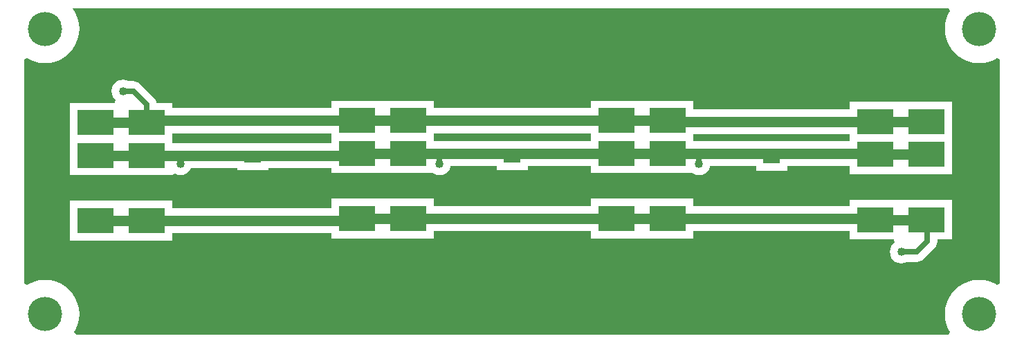
<source format=gbl>
%FSLAX25Y25*%
%MOIN*%
G70*
G01*
G75*
G04 Layer_Physical_Order=2*
G04 Layer_Color=65280*
%ADD10R,0.05906X0.05906*%
%ADD11R,0.05906X0.05906*%
%ADD12C,0.02500*%
%ADD13C,0.16500*%
%ADD14C,0.04000*%
%ADD15R,0.17716X0.12205*%
%ADD16R,0.08000X0.05000*%
%ADD17C,0.05000*%
G36*
X1348474Y958691D02*
X1347753Y957514D01*
X1346759Y955115D01*
X1346153Y952589D01*
X1345949Y950000D01*
X1346153Y947411D01*
X1346759Y944885D01*
X1347753Y942486D01*
X1349110Y940272D01*
X1350797Y938297D01*
X1352772Y936610D01*
X1354986Y935253D01*
X1357385Y934259D01*
X1359911Y933653D01*
X1362500Y933449D01*
X1365089Y933653D01*
X1367615Y934259D01*
X1370014Y935253D01*
X1371191Y935974D01*
X1372500Y935241D01*
Y827259D01*
X1371191Y826526D01*
X1370014Y827247D01*
X1367615Y828241D01*
X1365089Y828847D01*
X1362500Y829051D01*
X1359911Y828847D01*
X1357385Y828241D01*
X1354986Y827247D01*
X1352772Y825890D01*
X1350797Y824203D01*
X1349110Y822228D01*
X1347753Y820014D01*
X1346759Y817614D01*
X1346153Y815089D01*
X1345949Y812500D01*
X1346153Y809911D01*
X1346759Y807386D01*
X1347753Y804986D01*
X1348474Y803809D01*
X1347741Y802500D01*
X927259D01*
X926526Y803809D01*
X927247Y804986D01*
X928241Y807386D01*
X928847Y809911D01*
X929051Y812500D01*
X928847Y815089D01*
X928241Y817614D01*
X927247Y820014D01*
X925890Y822228D01*
X924203Y824203D01*
X922228Y825890D01*
X920014Y827247D01*
X917615Y828241D01*
X915089Y828847D01*
X912500Y829051D01*
X909911Y828847D01*
X907385Y828241D01*
X904986Y827247D01*
X903809Y826526D01*
X902500Y827259D01*
Y935241D01*
X903809Y935974D01*
X904986Y935253D01*
X907385Y934259D01*
X909911Y933653D01*
X912500Y933449D01*
X915089Y933653D01*
X917615Y934259D01*
X920014Y935253D01*
X922228Y936610D01*
X924203Y938297D01*
X925890Y940272D01*
X927247Y942486D01*
X928241Y944885D01*
X928847Y947411D01*
X929051Y950000D01*
X928847Y952589D01*
X928241Y955115D01*
X927247Y957514D01*
X925890Y959728D01*
X926015Y960000D01*
X1347741D01*
X1348474Y958691D01*
D02*
G37*
%LPC*%
G36*
X950000Y925548D02*
X948564Y925358D01*
X947226Y924804D01*
X946077Y923923D01*
X945196Y922774D01*
X944642Y921436D01*
X944452Y920000D01*
X944642Y918564D01*
X945196Y917226D01*
X946077Y916077D01*
X946477Y915771D01*
X945995Y914350D01*
X924535D01*
Y895146D01*
Y879398D01*
X973858D01*
Y879398D01*
X974994Y880196D01*
Y880196D01*
X976332Y879642D01*
X977768Y879453D01*
X979204Y879642D01*
X980542Y880196D01*
X981690Y881077D01*
X982572Y882226D01*
X982880Y882971D01*
X1005000D01*
Y882000D01*
X1020000D01*
Y882971D01*
X1050535D01*
Y880398D01*
X1099463D01*
X1099726Y880196D01*
X1101064Y879642D01*
X1102500Y879453D01*
X1103936Y879642D01*
X1105274Y880196D01*
X1106423Y881077D01*
X1107304Y882226D01*
X1107858Y883564D01*
X1107912Y883971D01*
X1130000D01*
Y882000D01*
X1145000D01*
Y883971D01*
X1175535D01*
Y880398D01*
X1224463D01*
X1224726Y880196D01*
X1226064Y879642D01*
X1227500Y879453D01*
X1228936Y879642D01*
X1230274Y880196D01*
X1231423Y881077D01*
X1232304Y882226D01*
X1232858Y883564D01*
X1232912Y883971D01*
X1255000D01*
Y881500D01*
X1270000D01*
Y883971D01*
X1300035D01*
Y879898D01*
X1349358D01*
Y895646D01*
Y914850D01*
X1300035D01*
Y911277D01*
X1224858D01*
Y915350D01*
X1175535D01*
Y911777D01*
X1099858D01*
Y915350D01*
X1050535D01*
Y911777D01*
X973858D01*
Y914350D01*
X966179D01*
X966128Y914740D01*
X965649Y915895D01*
X964888Y916888D01*
X958388Y923388D01*
X957395Y924149D01*
X957057Y924289D01*
X956240Y924628D01*
X955000Y924791D01*
X952791D01*
X952774Y924804D01*
X951436Y925358D01*
X950000Y925548D01*
D02*
G37*
G36*
X1224858Y868106D02*
X1175535D01*
Y864533D01*
X1099858D01*
Y868106D01*
X1050535D01*
Y863533D01*
X973858D01*
Y867106D01*
X924535D01*
Y847902D01*
X973858D01*
Y851475D01*
X1050535D01*
Y848902D01*
X1099858D01*
Y852475D01*
X1175535D01*
Y848902D01*
X1224858D01*
Y852475D01*
X1300035D01*
Y848402D01*
X1321323D01*
X1321805Y846981D01*
X1321077Y846423D01*
X1320196Y845274D01*
X1319642Y843936D01*
X1319452Y842500D01*
X1319642Y841064D01*
X1320196Y839726D01*
X1321077Y838577D01*
X1322226Y837696D01*
X1323564Y837142D01*
X1325000Y836952D01*
X1326436Y837142D01*
X1327774Y837696D01*
X1327791Y837709D01*
X1332500D01*
X1333740Y837872D01*
X1334557Y838211D01*
X1334896Y838351D01*
X1335888Y839112D01*
X1340888Y844112D01*
X1341649Y845105D01*
X1342128Y846260D01*
X1342291Y847500D01*
Y848402D01*
X1349358D01*
Y867606D01*
X1300035D01*
Y864533D01*
X1224858D01*
Y868106D01*
D02*
G37*
%LPD*%
G36*
X1050535Y896146D02*
Y895029D01*
X973858D01*
Y895146D01*
Y899719D01*
X1050535D01*
Y896146D01*
D02*
G37*
G36*
X1300035Y896029D02*
X1224858D01*
Y896146D01*
Y899219D01*
X1300035D01*
Y896029D01*
D02*
G37*
G36*
X1175535Y896146D02*
Y896029D01*
X1099858D01*
Y896146D01*
Y899719D01*
X1175535D01*
Y896146D01*
D02*
G37*
D12*
X1017232Y867576D02*
Y873984D01*
X977768Y885000D02*
Y888732D01*
X977500Y889000D02*
X977768Y888732D01*
X950000Y920000D02*
X955000D01*
X961500Y904748D02*
Y913500D01*
X955000Y920000D02*
X961500Y913500D01*
X1325000Y842500D02*
X1332500D01*
X1337500Y847500D01*
Y857504D01*
X1337000Y858004D02*
X1337500Y857504D01*
X1267232Y867576D02*
Y872984D01*
X1267500Y873252D01*
X990000Y935000D02*
Y950000D01*
X1115000Y935000D02*
Y950000D01*
X1240000Y935000D02*
Y950000D01*
X1102500Y885000D02*
Y890000D01*
X1227500Y885000D02*
Y890000D01*
X1017232Y873984D02*
X1017500Y874252D01*
X1142500Y867500D02*
Y874252D01*
D13*
X912500Y812500D02*
D03*
Y950000D02*
D03*
X1362500D02*
D03*
Y812500D02*
D03*
D14*
X1325000Y842500D02*
D03*
X950000Y920000D02*
D03*
X1142500Y867500D02*
D03*
X1102500Y885000D02*
D03*
X1227500D02*
D03*
X977768D02*
D03*
X1267232Y867576D02*
D03*
X1017232D02*
D03*
X990000Y950000D02*
D03*
X1115000D02*
D03*
X1240000D02*
D03*
X1238610Y831890D02*
D03*
X1113610Y831390D02*
D03*
X988610Y831890D02*
D03*
D15*
X1337000Y905248D02*
D03*
X1312394D02*
D03*
X1337000Y889500D02*
D03*
Y873752D02*
D03*
Y858004D02*
D03*
X1312394Y889500D02*
D03*
Y873752D02*
D03*
Y858004D02*
D03*
X1212500Y905748D02*
D03*
X1187894D02*
D03*
X1212500Y890000D02*
D03*
Y874252D02*
D03*
Y858504D02*
D03*
X1187894Y890000D02*
D03*
Y874252D02*
D03*
Y858504D02*
D03*
X1087500Y905748D02*
D03*
X1062894D02*
D03*
X1087500Y890000D02*
D03*
Y874252D02*
D03*
Y858504D02*
D03*
X1062894Y890000D02*
D03*
Y874252D02*
D03*
Y858504D02*
D03*
X961500Y904748D02*
D03*
X936894D02*
D03*
X961500Y889000D02*
D03*
Y873252D02*
D03*
Y857504D02*
D03*
X936894Y889000D02*
D03*
Y873252D02*
D03*
Y857504D02*
D03*
D16*
X1262500Y876500D02*
D03*
Y887500D02*
D03*
X1012500Y877000D02*
D03*
Y888000D02*
D03*
X1137500Y877000D02*
D03*
Y888000D02*
D03*
D17*
X1061894Y889000D02*
X1062894Y890000D01*
X1212500Y874252D02*
X1213500Y873252D01*
X1312394Y905248D02*
X1337000D01*
X1213000D02*
X1312394D01*
X1212500Y905748D02*
X1213000Y905248D01*
X1187894Y905748D02*
X1212500D01*
X1087500D02*
X1187894D01*
X1062894D02*
X1087500D01*
X962500D02*
X1062894D01*
X961500Y904748D02*
X962500Y905748D01*
X936894Y904748D02*
X961500D01*
X936894Y857504D02*
X961500D01*
X1061894D01*
X1062894Y858504D01*
X1087500D01*
X1187894D01*
X1212500D01*
X1311894D01*
X1312394Y858004D01*
X1337000D01*
X936894Y889000D02*
X1061894D01*
X1213500Y873252D02*
X1312394D01*
Y889500D02*
X1337000D01*
X915000Y877500D02*
X919248Y873252D01*
X915000Y877500D02*
Y920000D01*
X1342500Y935000D02*
X1362500Y915000D01*
Y880000D02*
Y915000D01*
X915000Y920000D02*
X930000Y935000D01*
X1356252Y873752D02*
X1362500Y880000D01*
X988610Y831890D02*
X1113110D01*
X1113610Y831390D01*
X1238110D01*
X1238610Y831890D01*
X1349390D01*
X1362500Y845000D01*
Y867504D01*
X1356252Y873752D02*
X1362500Y867504D01*
X919248Y873252D02*
X961500D01*
X930000Y935000D02*
X1342500D01*
X1312394Y873752D02*
X1356252D01*
X1062894Y890000D02*
X1312394D01*
X961500Y874252D02*
X1212500D01*
M02*

</source>
